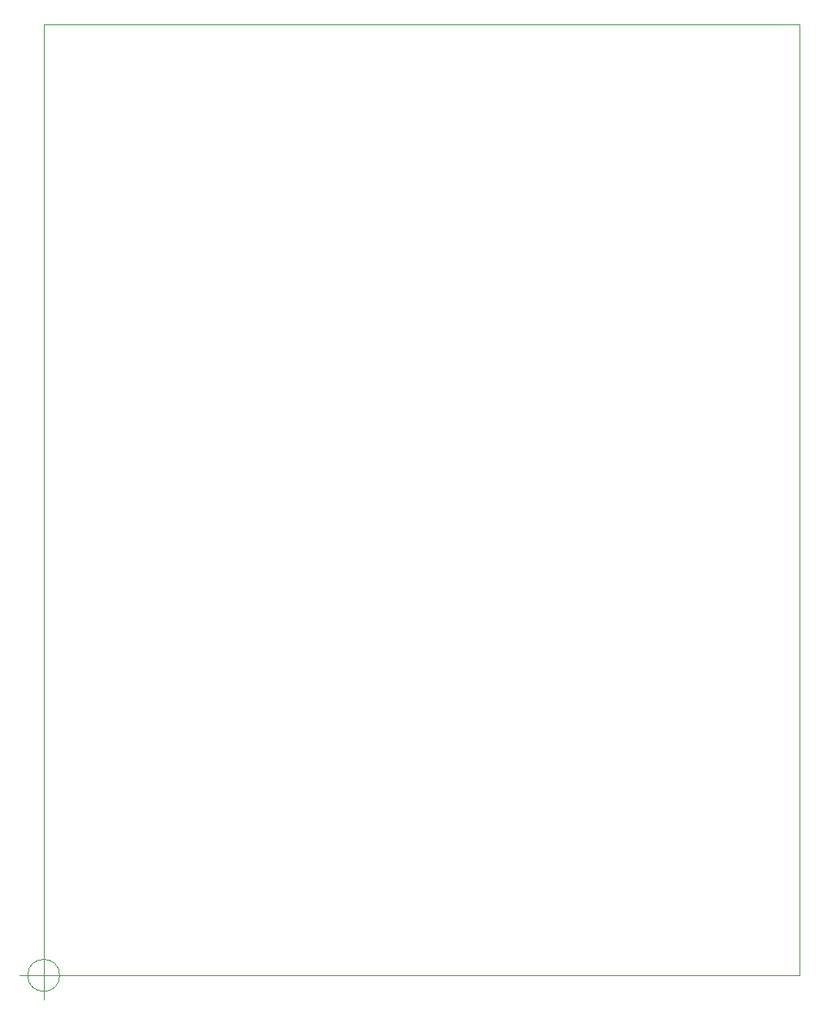
<source format=gm1>
G04 #@! TF.GenerationSoftware,KiCad,Pcbnew,(5.1.8-0-10_14)*
G04 #@! TF.CreationDate,2021-06-15T12:35:27+09:00*
G04 #@! TF.ProjectId,3320VCF,33333230-5643-4462-9e6b-696361645f70,rev?*
G04 #@! TF.SameCoordinates,Original*
G04 #@! TF.FileFunction,Profile,NP*
%FSLAX46Y46*%
G04 Gerber Fmt 4.6, Leading zero omitted, Abs format (unit mm)*
G04 Created by KiCad (PCBNEW (5.1.8-0-10_14)) date 2021-06-15 12:35:27*
%MOMM*%
%LPD*%
G01*
G04 APERTURE LIST*
G04 #@! TA.AperFunction,Profile*
%ADD10C,0.050000*%
G04 #@! TD*
G04 APERTURE END LIST*
D10*
X167640000Y-139700000D02*
X88900000Y-139700000D01*
X167640000Y-40640000D02*
X88900000Y-40640000D01*
X90566666Y-139700000D02*
G75*
G03*
X90566666Y-139700000I-1666666J0D01*
G01*
X86400000Y-139700000D02*
X91400000Y-139700000D01*
X88900000Y-137200000D02*
X88900000Y-142200000D01*
X88900000Y-40640000D02*
X88900000Y-139700000D01*
X167640000Y-139700000D02*
X167640000Y-40640000D01*
M02*

</source>
